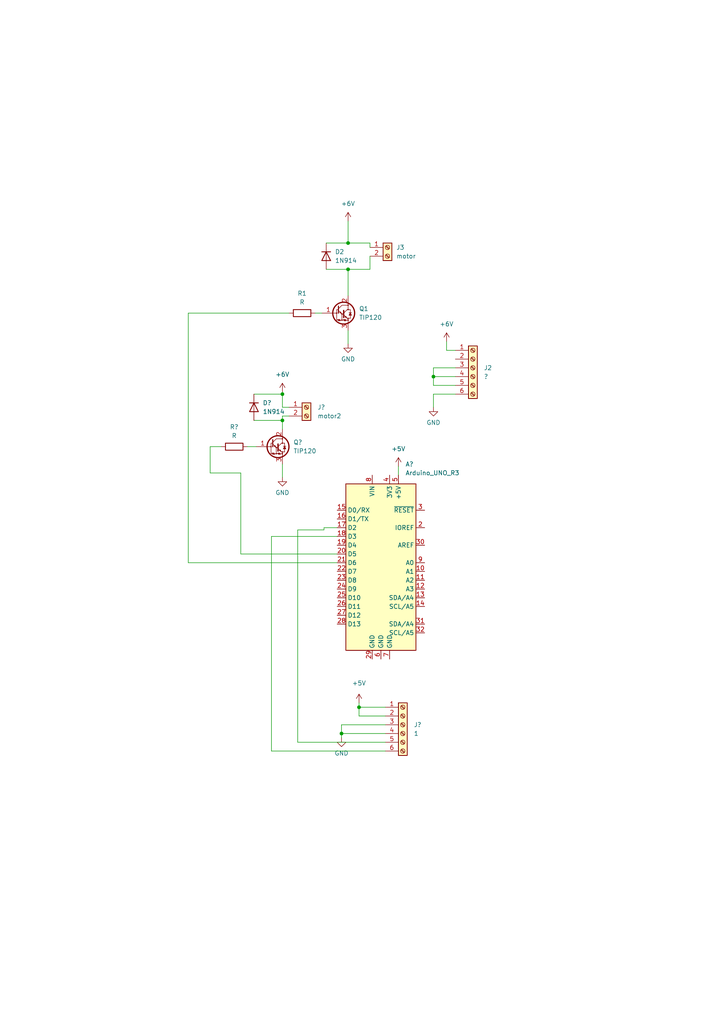
<source format=kicad_sch>
(kicad_sch (version 20211123) (generator eeschema)

  (uuid e63e39d7-6ac0-4ffd-8aa3-1841a4541b55)

  (paper "A4" portrait)

  (title_block
    (title "Carrinho")
    (date "2022-10-22")
    (rev "1")
    (company "UNISANTA")
  )

  (lib_symbols
    (symbol "Connector:Screw_Terminal_01x02" (pin_names (offset 1.016) hide) (in_bom yes) (on_board yes)
      (property "Reference" "J" (id 0) (at 0 2.54 0)
        (effects (font (size 1.27 1.27)))
      )
      (property "Value" "Screw_Terminal_01x02" (id 1) (at 0 -5.08 0)
        (effects (font (size 1.27 1.27)))
      )
      (property "Footprint" "" (id 2) (at 0 0 0)
        (effects (font (size 1.27 1.27)) hide)
      )
      (property "Datasheet" "~" (id 3) (at 0 0 0)
        (effects (font (size 1.27 1.27)) hide)
      )
      (property "ki_keywords" "screw terminal" (id 4) (at 0 0 0)
        (effects (font (size 1.27 1.27)) hide)
      )
      (property "ki_description" "Generic screw terminal, single row, 01x02, script generated (kicad-library-utils/schlib/autogen/connector/)" (id 5) (at 0 0 0)
        (effects (font (size 1.27 1.27)) hide)
      )
      (property "ki_fp_filters" "TerminalBlock*:*" (id 6) (at 0 0 0)
        (effects (font (size 1.27 1.27)) hide)
      )
      (symbol "Screw_Terminal_01x02_1_1"
        (rectangle (start -1.27 1.27) (end 1.27 -3.81)
          (stroke (width 0.254) (type default) (color 0 0 0 0))
          (fill (type background))
        )
        (circle (center 0 -2.54) (radius 0.635)
          (stroke (width 0.1524) (type default) (color 0 0 0 0))
          (fill (type none))
        )
        (polyline
          (pts
            (xy -0.5334 -2.2098)
            (xy 0.3302 -3.048)
          )
          (stroke (width 0.1524) (type default) (color 0 0 0 0))
          (fill (type none))
        )
        (polyline
          (pts
            (xy -0.5334 0.3302)
            (xy 0.3302 -0.508)
          )
          (stroke (width 0.1524) (type default) (color 0 0 0 0))
          (fill (type none))
        )
        (polyline
          (pts
            (xy -0.3556 -2.032)
            (xy 0.508 -2.8702)
          )
          (stroke (width 0.1524) (type default) (color 0 0 0 0))
          (fill (type none))
        )
        (polyline
          (pts
            (xy -0.3556 0.508)
            (xy 0.508 -0.3302)
          )
          (stroke (width 0.1524) (type default) (color 0 0 0 0))
          (fill (type none))
        )
        (circle (center 0 0) (radius 0.635)
          (stroke (width 0.1524) (type default) (color 0 0 0 0))
          (fill (type none))
        )
        (pin passive line (at -5.08 0 0) (length 3.81)
          (name "Pin_1" (effects (font (size 1.27 1.27))))
          (number "1" (effects (font (size 1.27 1.27))))
        )
        (pin passive line (at -5.08 -2.54 0) (length 3.81)
          (name "Pin_2" (effects (font (size 1.27 1.27))))
          (number "2" (effects (font (size 1.27 1.27))))
        )
      )
    )
    (symbol "Connector:Screw_Terminal_01x06" (pin_names (offset 1.016) hide) (in_bom yes) (on_board yes)
      (property "Reference" "J" (id 0) (at 0 7.62 0)
        (effects (font (size 1.27 1.27)))
      )
      (property "Value" "Screw_Terminal_01x06" (id 1) (at 0 -10.16 0)
        (effects (font (size 1.27 1.27)))
      )
      (property "Footprint" "" (id 2) (at 0 0 0)
        (effects (font (size 1.27 1.27)) hide)
      )
      (property "Datasheet" "~" (id 3) (at 0 0 0)
        (effects (font (size 1.27 1.27)) hide)
      )
      (property "ki_keywords" "screw terminal" (id 4) (at 0 0 0)
        (effects (font (size 1.27 1.27)) hide)
      )
      (property "ki_description" "Generic screw terminal, single row, 01x06, script generated (kicad-library-utils/schlib/autogen/connector/)" (id 5) (at 0 0 0)
        (effects (font (size 1.27 1.27)) hide)
      )
      (property "ki_fp_filters" "TerminalBlock*:*" (id 6) (at 0 0 0)
        (effects (font (size 1.27 1.27)) hide)
      )
      (symbol "Screw_Terminal_01x06_1_1"
        (rectangle (start -1.27 6.35) (end 1.27 -8.89)
          (stroke (width 0.254) (type default) (color 0 0 0 0))
          (fill (type background))
        )
        (circle (center 0 -7.62) (radius 0.635)
          (stroke (width 0.1524) (type default) (color 0 0 0 0))
          (fill (type none))
        )
        (circle (center 0 -5.08) (radius 0.635)
          (stroke (width 0.1524) (type default) (color 0 0 0 0))
          (fill (type none))
        )
        (circle (center 0 -2.54) (radius 0.635)
          (stroke (width 0.1524) (type default) (color 0 0 0 0))
          (fill (type none))
        )
        (polyline
          (pts
            (xy -0.5334 -7.2898)
            (xy 0.3302 -8.128)
          )
          (stroke (width 0.1524) (type default) (color 0 0 0 0))
          (fill (type none))
        )
        (polyline
          (pts
            (xy -0.5334 -4.7498)
            (xy 0.3302 -5.588)
          )
          (stroke (width 0.1524) (type default) (color 0 0 0 0))
          (fill (type none))
        )
        (polyline
          (pts
            (xy -0.5334 -2.2098)
            (xy 0.3302 -3.048)
          )
          (stroke (width 0.1524) (type default) (color 0 0 0 0))
          (fill (type none))
        )
        (polyline
          (pts
            (xy -0.5334 0.3302)
            (xy 0.3302 -0.508)
          )
          (stroke (width 0.1524) (type default) (color 0 0 0 0))
          (fill (type none))
        )
        (polyline
          (pts
            (xy -0.5334 2.8702)
            (xy 0.3302 2.032)
          )
          (stroke (width 0.1524) (type default) (color 0 0 0 0))
          (fill (type none))
        )
        (polyline
          (pts
            (xy -0.5334 5.4102)
            (xy 0.3302 4.572)
          )
          (stroke (width 0.1524) (type default) (color 0 0 0 0))
          (fill (type none))
        )
        (polyline
          (pts
            (xy -0.3556 -7.112)
            (xy 0.508 -7.9502)
          )
          (stroke (width 0.1524) (type default) (color 0 0 0 0))
          (fill (type none))
        )
        (polyline
          (pts
            (xy -0.3556 -4.572)
            (xy 0.508 -5.4102)
          )
          (stroke (width 0.1524) (type default) (color 0 0 0 0))
          (fill (type none))
        )
        (polyline
          (pts
            (xy -0.3556 -2.032)
            (xy 0.508 -2.8702)
          )
          (stroke (width 0.1524) (type default) (color 0 0 0 0))
          (fill (type none))
        )
        (polyline
          (pts
            (xy -0.3556 0.508)
            (xy 0.508 -0.3302)
          )
          (stroke (width 0.1524) (type default) (color 0 0 0 0))
          (fill (type none))
        )
        (polyline
          (pts
            (xy -0.3556 3.048)
            (xy 0.508 2.2098)
          )
          (stroke (width 0.1524) (type default) (color 0 0 0 0))
          (fill (type none))
        )
        (polyline
          (pts
            (xy -0.3556 5.588)
            (xy 0.508 4.7498)
          )
          (stroke (width 0.1524) (type default) (color 0 0 0 0))
          (fill (type none))
        )
        (circle (center 0 0) (radius 0.635)
          (stroke (width 0.1524) (type default) (color 0 0 0 0))
          (fill (type none))
        )
        (circle (center 0 2.54) (radius 0.635)
          (stroke (width 0.1524) (type default) (color 0 0 0 0))
          (fill (type none))
        )
        (circle (center 0 5.08) (radius 0.635)
          (stroke (width 0.1524) (type default) (color 0 0 0 0))
          (fill (type none))
        )
        (pin passive line (at -5.08 5.08 0) (length 3.81)
          (name "Pin_1" (effects (font (size 1.27 1.27))))
          (number "1" (effects (font (size 1.27 1.27))))
        )
        (pin passive line (at -5.08 2.54 0) (length 3.81)
          (name "Pin_2" (effects (font (size 1.27 1.27))))
          (number "2" (effects (font (size 1.27 1.27))))
        )
        (pin passive line (at -5.08 0 0) (length 3.81)
          (name "Pin_3" (effects (font (size 1.27 1.27))))
          (number "3" (effects (font (size 1.27 1.27))))
        )
        (pin passive line (at -5.08 -2.54 0) (length 3.81)
          (name "Pin_4" (effects (font (size 1.27 1.27))))
          (number "4" (effects (font (size 1.27 1.27))))
        )
        (pin passive line (at -5.08 -5.08 0) (length 3.81)
          (name "Pin_5" (effects (font (size 1.27 1.27))))
          (number "5" (effects (font (size 1.27 1.27))))
        )
        (pin passive line (at -5.08 -7.62 0) (length 3.81)
          (name "Pin_6" (effects (font (size 1.27 1.27))))
          (number "6" (effects (font (size 1.27 1.27))))
        )
      )
    )
    (symbol "Device:R" (pin_numbers hide) (pin_names (offset 0)) (in_bom yes) (on_board yes)
      (property "Reference" "R" (id 0) (at 2.032 0 90)
        (effects (font (size 1.27 1.27)))
      )
      (property "Value" "R" (id 1) (at 0 0 90)
        (effects (font (size 1.27 1.27)))
      )
      (property "Footprint" "" (id 2) (at -1.778 0 90)
        (effects (font (size 1.27 1.27)) hide)
      )
      (property "Datasheet" "~" (id 3) (at 0 0 0)
        (effects (font (size 1.27 1.27)) hide)
      )
      (property "ki_keywords" "R res resistor" (id 4) (at 0 0 0)
        (effects (font (size 1.27 1.27)) hide)
      )
      (property "ki_description" "Resistor" (id 5) (at 0 0 0)
        (effects (font (size 1.27 1.27)) hide)
      )
      (property "ki_fp_filters" "R_*" (id 6) (at 0 0 0)
        (effects (font (size 1.27 1.27)) hide)
      )
      (symbol "R_0_1"
        (rectangle (start -1.016 -2.54) (end 1.016 2.54)
          (stroke (width 0.254) (type default) (color 0 0 0 0))
          (fill (type none))
        )
      )
      (symbol "R_1_1"
        (pin passive line (at 0 3.81 270) (length 1.27)
          (name "~" (effects (font (size 1.27 1.27))))
          (number "1" (effects (font (size 1.27 1.27))))
        )
        (pin passive line (at 0 -3.81 90) (length 1.27)
          (name "~" (effects (font (size 1.27 1.27))))
          (number "2" (effects (font (size 1.27 1.27))))
        )
      )
    )
    (symbol "Diode:1N914" (pin_numbers hide) (pin_names hide) (in_bom yes) (on_board yes)
      (property "Reference" "D" (id 0) (at 0 2.54 0)
        (effects (font (size 1.27 1.27)))
      )
      (property "Value" "1N914" (id 1) (at 0 -2.54 0)
        (effects (font (size 1.27 1.27)))
      )
      (property "Footprint" "Diode_THT:D_DO-35_SOD27_P7.62mm_Horizontal" (id 2) (at 0 -4.445 0)
        (effects (font (size 1.27 1.27)) hide)
      )
      (property "Datasheet" "http://www.vishay.com/docs/85622/1n914.pdf" (id 3) (at 0 0 0)
        (effects (font (size 1.27 1.27)) hide)
      )
      (property "ki_keywords" "diode" (id 4) (at 0 0 0)
        (effects (font (size 1.27 1.27)) hide)
      )
      (property "ki_description" "100V 0.3A Small Signal Fast Switching Diode, DO-35" (id 5) (at 0 0 0)
        (effects (font (size 1.27 1.27)) hide)
      )
      (property "ki_fp_filters" "D*DO?35*" (id 6) (at 0 0 0)
        (effects (font (size 1.27 1.27)) hide)
      )
      (symbol "1N914_0_1"
        (polyline
          (pts
            (xy -1.27 1.27)
            (xy -1.27 -1.27)
          )
          (stroke (width 0.254) (type default) (color 0 0 0 0))
          (fill (type none))
        )
        (polyline
          (pts
            (xy 1.27 0)
            (xy -1.27 0)
          )
          (stroke (width 0) (type default) (color 0 0 0 0))
          (fill (type none))
        )
        (polyline
          (pts
            (xy 1.27 1.27)
            (xy 1.27 -1.27)
            (xy -1.27 0)
            (xy 1.27 1.27)
          )
          (stroke (width 0.254) (type default) (color 0 0 0 0))
          (fill (type none))
        )
      )
      (symbol "1N914_1_1"
        (pin passive line (at -3.81 0 0) (length 2.54)
          (name "K" (effects (font (size 1.27 1.27))))
          (number "1" (effects (font (size 1.27 1.27))))
        )
        (pin passive line (at 3.81 0 180) (length 2.54)
          (name "A" (effects (font (size 1.27 1.27))))
          (number "2" (effects (font (size 1.27 1.27))))
        )
      )
    )
    (symbol "MCU_Module:Arduino_UNO_R3" (in_bom yes) (on_board yes)
      (property "Reference" "A" (id 0) (at -10.16 23.495 0)
        (effects (font (size 1.27 1.27)) (justify left bottom))
      )
      (property "Value" "Arduino_UNO_R3" (id 1) (at 5.08 -26.67 0)
        (effects (font (size 1.27 1.27)) (justify left top))
      )
      (property "Footprint" "Module:Arduino_UNO_R3" (id 2) (at 0 0 0)
        (effects (font (size 1.27 1.27) italic) hide)
      )
      (property "Datasheet" "https://www.arduino.cc/en/Main/arduinoBoardUno" (id 3) (at 0 0 0)
        (effects (font (size 1.27 1.27)) hide)
      )
      (property "ki_keywords" "Arduino UNO R3 Microcontroller Module Atmel AVR USB" (id 4) (at 0 0 0)
        (effects (font (size 1.27 1.27)) hide)
      )
      (property "ki_description" "Arduino UNO Microcontroller Module, release 3" (id 5) (at 0 0 0)
        (effects (font (size 1.27 1.27)) hide)
      )
      (property "ki_fp_filters" "Arduino*UNO*R3*" (id 6) (at 0 0 0)
        (effects (font (size 1.27 1.27)) hide)
      )
      (symbol "Arduino_UNO_R3_0_1"
        (rectangle (start -10.16 22.86) (end 10.16 -25.4)
          (stroke (width 0.254) (type default) (color 0 0 0 0))
          (fill (type background))
        )
      )
      (symbol "Arduino_UNO_R3_1_1"
        (pin no_connect line (at -10.16 -20.32 0) (length 2.54) hide
          (name "NC" (effects (font (size 1.27 1.27))))
          (number "1" (effects (font (size 1.27 1.27))))
        )
        (pin bidirectional line (at 12.7 -2.54 180) (length 2.54)
          (name "A1" (effects (font (size 1.27 1.27))))
          (number "10" (effects (font (size 1.27 1.27))))
        )
        (pin bidirectional line (at 12.7 -5.08 180) (length 2.54)
          (name "A2" (effects (font (size 1.27 1.27))))
          (number "11" (effects (font (size 1.27 1.27))))
        )
        (pin bidirectional line (at 12.7 -7.62 180) (length 2.54)
          (name "A3" (effects (font (size 1.27 1.27))))
          (number "12" (effects (font (size 1.27 1.27))))
        )
        (pin bidirectional line (at 12.7 -10.16 180) (length 2.54)
          (name "SDA/A4" (effects (font (size 1.27 1.27))))
          (number "13" (effects (font (size 1.27 1.27))))
        )
        (pin bidirectional line (at 12.7 -12.7 180) (length 2.54)
          (name "SCL/A5" (effects (font (size 1.27 1.27))))
          (number "14" (effects (font (size 1.27 1.27))))
        )
        (pin bidirectional line (at -12.7 15.24 0) (length 2.54)
          (name "D0/RX" (effects (font (size 1.27 1.27))))
          (number "15" (effects (font (size 1.27 1.27))))
        )
        (pin bidirectional line (at -12.7 12.7 0) (length 2.54)
          (name "D1/TX" (effects (font (size 1.27 1.27))))
          (number "16" (effects (font (size 1.27 1.27))))
        )
        (pin bidirectional line (at -12.7 10.16 0) (length 2.54)
          (name "D2" (effects (font (size 1.27 1.27))))
          (number "17" (effects (font (size 1.27 1.27))))
        )
        (pin bidirectional line (at -12.7 7.62 0) (length 2.54)
          (name "D3" (effects (font (size 1.27 1.27))))
          (number "18" (effects (font (size 1.27 1.27))))
        )
        (pin bidirectional line (at -12.7 5.08 0) (length 2.54)
          (name "D4" (effects (font (size 1.27 1.27))))
          (number "19" (effects (font (size 1.27 1.27))))
        )
        (pin output line (at 12.7 10.16 180) (length 2.54)
          (name "IOREF" (effects (font (size 1.27 1.27))))
          (number "2" (effects (font (size 1.27 1.27))))
        )
        (pin bidirectional line (at -12.7 2.54 0) (length 2.54)
          (name "D5" (effects (font (size 1.27 1.27))))
          (number "20" (effects (font (size 1.27 1.27))))
        )
        (pin bidirectional line (at -12.7 0 0) (length 2.54)
          (name "D6" (effects (font (size 1.27 1.27))))
          (number "21" (effects (font (size 1.27 1.27))))
        )
        (pin bidirectional line (at -12.7 -2.54 0) (length 2.54)
          (name "D7" (effects (font (size 1.27 1.27))))
          (number "22" (effects (font (size 1.27 1.27))))
        )
        (pin bidirectional line (at -12.7 -5.08 0) (length 2.54)
          (name "D8" (effects (font (size 1.27 1.27))))
          (number "23" (effects (font (size 1.27 1.27))))
        )
        (pin bidirectional line (at -12.7 -7.62 0) (length 2.54)
          (name "D9" (effects (font (size 1.27 1.27))))
          (number "24" (effects (font (size 1.27 1.27))))
        )
        (pin bidirectional line (at -12.7 -10.16 0) (length 2.54)
          (name "D10" (effects (font (size 1.27 1.27))))
          (number "25" (effects (font (size 1.27 1.27))))
        )
        (pin bidirectional line (at -12.7 -12.7 0) (length 2.54)
          (name "D11" (effects (font (size 1.27 1.27))))
          (number "26" (effects (font (size 1.27 1.27))))
        )
        (pin bidirectional line (at -12.7 -15.24 0) (length 2.54)
          (name "D12" (effects (font (size 1.27 1.27))))
          (number "27" (effects (font (size 1.27 1.27))))
        )
        (pin bidirectional line (at -12.7 -17.78 0) (length 2.54)
          (name "D13" (effects (font (size 1.27 1.27))))
          (number "28" (effects (font (size 1.27 1.27))))
        )
        (pin power_in line (at -2.54 -27.94 90) (length 2.54)
          (name "GND" (effects (font (size 1.27 1.27))))
          (number "29" (effects (font (size 1.27 1.27))))
        )
        (pin input line (at 12.7 15.24 180) (length 2.54)
          (name "~{RESET}" (effects (font (size 1.27 1.27))))
          (number "3" (effects (font (size 1.27 1.27))))
        )
        (pin input line (at 12.7 5.08 180) (length 2.54)
          (name "AREF" (effects (font (size 1.27 1.27))))
          (number "30" (effects (font (size 1.27 1.27))))
        )
        (pin bidirectional line (at 12.7 -17.78 180) (length 2.54)
          (name "SDA/A4" (effects (font (size 1.27 1.27))))
          (number "31" (effects (font (size 1.27 1.27))))
        )
        (pin bidirectional line (at 12.7 -20.32 180) (length 2.54)
          (name "SCL/A5" (effects (font (size 1.27 1.27))))
          (number "32" (effects (font (size 1.27 1.27))))
        )
        (pin power_out line (at 2.54 25.4 270) (length 2.54)
          (name "3V3" (effects (font (size 1.27 1.27))))
          (number "4" (effects (font (size 1.27 1.27))))
        )
        (pin power_out line (at 5.08 25.4 270) (length 2.54)
          (name "+5V" (effects (font (size 1.27 1.27))))
          (number "5" (effects (font (size 1.27 1.27))))
        )
        (pin power_in line (at 0 -27.94 90) (length 2.54)
          (name "GND" (effects (font (size 1.27 1.27))))
          (number "6" (effects (font (size 1.27 1.27))))
        )
        (pin power_in line (at 2.54 -27.94 90) (length 2.54)
          (name "GND" (effects (font (size 1.27 1.27))))
          (number "7" (effects (font (size 1.27 1.27))))
        )
        (pin power_in line (at -2.54 25.4 270) (length 2.54)
          (name "VIN" (effects (font (size 1.27 1.27))))
          (number "8" (effects (font (size 1.27 1.27))))
        )
        (pin bidirectional line (at 12.7 0 180) (length 2.54)
          (name "A0" (effects (font (size 1.27 1.27))))
          (number "9" (effects (font (size 1.27 1.27))))
        )
      )
    )
    (symbol "Transistor_BJT:TIP120" (pin_names (offset 0) hide) (in_bom yes) (on_board yes)
      (property "Reference" "Q" (id 0) (at 5.08 1.905 0)
        (effects (font (size 1.27 1.27)) (justify left))
      )
      (property "Value" "TIP120" (id 1) (at 5.08 0 0)
        (effects (font (size 1.27 1.27)) (justify left))
      )
      (property "Footprint" "Package_TO_SOT_THT:TO-220-3_Vertical" (id 2) (at 5.08 -1.905 0)
        (effects (font (size 1.27 1.27) italic) (justify left) hide)
      )
      (property "Datasheet" "https://www.onsemi.com/pub/Collateral/TIP120-D.PDF" (id 3) (at 0 0 0)
        (effects (font (size 1.27 1.27)) (justify left) hide)
      )
      (property "ki_keywords" "Darlington Power NPN Transistor" (id 4) (at 0 0 0)
        (effects (font (size 1.27 1.27)) hide)
      )
      (property "ki_description" "5A Ic, 60V Vce, Silicon Darlington Power NPN Transistor, TO-220" (id 5) (at 0 0 0)
        (effects (font (size 1.27 1.27)) hide)
      )
      (property "ki_fp_filters" "TO?220*" (id 6) (at 0 0 0)
        (effects (font (size 1.27 1.27)) hide)
      )
      (symbol "TIP120_0_1"
        (circle (center -0.762 0) (radius 0.127)
          (stroke (width 0) (type default) (color 0 0 0 0))
          (fill (type none))
        )
        (polyline
          (pts
            (xy -1.27 0)
            (xy -0.889 0)
          )
          (stroke (width 0) (type default) (color 0 0 0 0))
          (fill (type none))
        )
        (polyline
          (pts
            (xy 2.54 -2.032)
            (xy 2.54 -2.54)
          )
          (stroke (width 0) (type default) (color 0 0 0 0))
          (fill (type none))
        )
        (polyline
          (pts
            (xy 2.54 -1.524)
            (xy 3.175 -1.524)
          )
          (stroke (width 0) (type default) (color 0 0 0 0))
          (fill (type none))
        )
        (polyline
          (pts
            (xy 2.794 0.127)
            (xy 3.556 0.127)
          )
          (stroke (width 0) (type default) (color 0 0 0 0))
          (fill (type none))
        )
        (polyline
          (pts
            (xy 3.175 -0.635)
            (xy 3.175 -1.524)
          )
          (stroke (width 0) (type default) (color 0 0 0 0))
          (fill (type none))
        )
        (polyline
          (pts
            (xy 3.175 1.016)
            (xy 2.54 1.016)
          )
          (stroke (width 0) (type default) (color 0 0 0 0))
          (fill (type none))
        )
        (polyline
          (pts
            (xy 3.175 1.016)
            (xy 3.175 0.127)
          )
          (stroke (width 0) (type default) (color 0 0 0 0))
          (fill (type none))
        )
        (polyline
          (pts
            (xy -0.254 0.762)
            (xy 0.762 -0.254)
            (xy 1.27 -0.254)
          )
          (stroke (width 0) (type default) (color 0 0 0 0))
          (fill (type none))
        )
        (polyline
          (pts
            (xy -0.254 1.016)
            (xy -0.762 1.016)
            (xy -0.762 -2.032)
          )
          (stroke (width 0) (type default) (color 0 0 0 0))
          (fill (type none))
        )
        (polyline
          (pts
            (xy -0.254 1.27)
            (xy 0.762 2.286)
            (xy 2.54 2.286)
          )
          (stroke (width 0) (type default) (color 0 0 0 0))
          (fill (type none))
        )
        (polyline
          (pts
            (xy -0.254 2.032)
            (xy -0.254 0)
            (xy -0.254 0)
          )
          (stroke (width 0.3048) (type default) (color 0 0 0 0))
          (fill (type none))
        )
        (polyline
          (pts
            (xy 1.27 0.762)
            (xy 1.27 -1.27)
            (xy 1.27 -1.27)
          )
          (stroke (width 0.381) (type default) (color 0 0 0 0))
          (fill (type none))
        )
        (polyline
          (pts
            (xy 0.635 -0.127)
            (xy 0.381 0.381)
            (xy 0.127 0.127)
            (xy 0.635 -0.127)
          )
          (stroke (width 0) (type default) (color 0 0 0 0))
          (fill (type none))
        )
        (polyline
          (pts
            (xy 1.27 -0.508)
            (xy 2.286 -1.524)
            (xy 2.54 -1.524)
            (xy 2.54 -2.032)
          )
          (stroke (width 0) (type default) (color 0 0 0 0))
          (fill (type none))
        )
        (polyline
          (pts
            (xy 1.27 0)
            (xy 2.286 1.016)
            (xy 2.54 1.016)
            (xy 2.54 2.286)
          )
          (stroke (width 0) (type default) (color 0 0 0 0))
          (fill (type none))
        )
        (polyline
          (pts
            (xy 2.159 -1.397)
            (xy 1.905 -0.889)
            (xy 1.651 -1.143)
            (xy 2.159 -1.397)
          )
          (stroke (width 0) (type default) (color 0 0 0 0))
          (fill (type none))
        )
        (polyline
          (pts
            (xy 3.175 0.127)
            (xy 2.794 -0.635)
            (xy 3.556 -0.635)
            (xy 3.175 0.127)
          )
          (stroke (width 0) (type default) (color 0 0 0 0))
          (fill (type outline))
        )
        (polyline
          (pts
            (xy 0.762 -2.032)
            (xy 0.381 -2.032)
            (xy 0.254 -2.286)
            (xy 0.127 -1.778)
            (xy 0 -2.286)
            (xy -0.127 -1.778)
            (xy -0.254 -2.286)
            (xy -0.381 -1.778)
            (xy -0.508 -2.032)
            (xy -0.762 -2.032)
          )
          (stroke (width 0) (type default) (color 0 0 0 0))
          (fill (type none))
        )
        (polyline
          (pts
            (xy 0.762 -0.254)
            (xy 0.762 -2.032)
            (xy 1.143 -2.032)
            (xy 1.27 -1.778)
            (xy 1.397 -2.286)
            (xy 1.524 -1.778)
            (xy 1.651 -2.286)
            (xy 1.778 -1.778)
            (xy 1.905 -2.286)
            (xy 2.032 -2.032)
            (xy 2.54 -2.032)
          )
          (stroke (width 0) (type default) (color 0 0 0 0))
          (fill (type none))
        )
        (circle (center 0.762 -2.032) (radius 0.127)
          (stroke (width 0) (type default) (color 0 0 0 0))
          (fill (type none))
        )
        (circle (center 0.762 -0.254) (radius 0.127)
          (stroke (width 0) (type default) (color 0 0 0 0))
          (fill (type none))
        )
        (circle (center 1.27 0) (radius 3.175)
          (stroke (width 0.3556) (type default) (color 0 0 0 0))
          (fill (type none))
        )
        (circle (center 2.54 -2.032) (radius 0.127)
          (stroke (width 0) (type default) (color 0 0 0 0))
          (fill (type none))
        )
        (circle (center 2.54 -1.524) (radius 0.127)
          (stroke (width 0) (type default) (color 0 0 0 0))
          (fill (type none))
        )
        (circle (center 2.54 1.016) (radius 0.127)
          (stroke (width 0) (type default) (color 0 0 0 0))
          (fill (type none))
        )
        (circle (center 2.54 2.286) (radius 0.127)
          (stroke (width 0) (type default) (color 0 0 0 0))
          (fill (type none))
        )
      )
      (symbol "TIP120_1_1"
        (pin input line (at -5.08 0 0) (length 3.81)
          (name "B" (effects (font (size 1.27 1.27))))
          (number "1" (effects (font (size 1.27 1.27))))
        )
        (pin passive line (at 2.54 5.08 270) (length 2.667)
          (name "C" (effects (font (size 1.27 1.27))))
          (number "2" (effects (font (size 1.27 1.27))))
        )
        (pin passive line (at 2.54 -5.08 90) (length 2.54)
          (name "E" (effects (font (size 1.27 1.27))))
          (number "3" (effects (font (size 1.27 1.27))))
        )
      )
    )
    (symbol "power:+5V" (power) (pin_names (offset 0)) (in_bom yes) (on_board yes)
      (property "Reference" "#PWR" (id 0) (at 0 -3.81 0)
        (effects (font (size 1.27 1.27)) hide)
      )
      (property "Value" "+5V" (id 1) (at 0 3.556 0)
        (effects (font (size 1.27 1.27)))
      )
      (property "Footprint" "" (id 2) (at 0 0 0)
        (effects (font (size 1.27 1.27)) hide)
      )
      (property "Datasheet" "" (id 3) (at 0 0 0)
        (effects (font (size 1.27 1.27)) hide)
      )
      (property "ki_keywords" "power-flag" (id 4) (at 0 0 0)
        (effects (font (size 1.27 1.27)) hide)
      )
      (property "ki_description" "Power symbol creates a global label with name \"+5V\"" (id 5) (at 0 0 0)
        (effects (font (size 1.27 1.27)) hide)
      )
      (symbol "+5V_0_1"
        (polyline
          (pts
            (xy -0.762 1.27)
            (xy 0 2.54)
          )
          (stroke (width 0) (type default) (color 0 0 0 0))
          (fill (type none))
        )
        (polyline
          (pts
            (xy 0 0)
            (xy 0 2.54)
          )
          (stroke (width 0) (type default) (color 0 0 0 0))
          (fill (type none))
        )
        (polyline
          (pts
            (xy 0 2.54)
            (xy 0.762 1.27)
          )
          (stroke (width 0) (type default) (color 0 0 0 0))
          (fill (type none))
        )
      )
      (symbol "+5V_1_1"
        (pin power_in line (at 0 0 90) (length 0) hide
          (name "+5V" (effects (font (size 1.27 1.27))))
          (number "1" (effects (font (size 1.27 1.27))))
        )
      )
    )
    (symbol "power:+6V" (power) (pin_names (offset 0)) (in_bom yes) (on_board yes)
      (property "Reference" "#PWR" (id 0) (at 0 -3.81 0)
        (effects (font (size 1.27 1.27)) hide)
      )
      (property "Value" "+6V" (id 1) (at 0 3.556 0)
        (effects (font (size 1.27 1.27)))
      )
      (property "Footprint" "" (id 2) (at 0 0 0)
        (effects (font (size 1.27 1.27)) hide)
      )
      (property "Datasheet" "" (id 3) (at 0 0 0)
        (effects (font (size 1.27 1.27)) hide)
      )
      (property "ki_keywords" "power-flag" (id 4) (at 0 0 0)
        (effects (font (size 1.27 1.27)) hide)
      )
      (property "ki_description" "Power symbol creates a global label with name \"+6V\"" (id 5) (at 0 0 0)
        (effects (font (size 1.27 1.27)) hide)
      )
      (symbol "+6V_0_1"
        (polyline
          (pts
            (xy -0.762 1.27)
            (xy 0 2.54)
          )
          (stroke (width 0) (type default) (color 0 0 0 0))
          (fill (type none))
        )
        (polyline
          (pts
            (xy 0 0)
            (xy 0 2.54)
          )
          (stroke (width 0) (type default) (color 0 0 0 0))
          (fill (type none))
        )
        (polyline
          (pts
            (xy 0 2.54)
            (xy 0.762 1.27)
          )
          (stroke (width 0) (type default) (color 0 0 0 0))
          (fill (type none))
        )
      )
      (symbol "+6V_1_1"
        (pin power_in line (at 0 0 90) (length 0) hide
          (name "+6V" (effects (font (size 1.27 1.27))))
          (number "1" (effects (font (size 1.27 1.27))))
        )
      )
    )
    (symbol "power:GND" (power) (pin_names (offset 0)) (in_bom yes) (on_board yes)
      (property "Reference" "#PWR" (id 0) (at 0 -6.35 0)
        (effects (font (size 1.27 1.27)) hide)
      )
      (property "Value" "GND" (id 1) (at 0 -3.81 0)
        (effects (font (size 1.27 1.27)))
      )
      (property "Footprint" "" (id 2) (at 0 0 0)
        (effects (font (size 1.27 1.27)) hide)
      )
      (property "Datasheet" "" (id 3) (at 0 0 0)
        (effects (font (size 1.27 1.27)) hide)
      )
      (property "ki_keywords" "power-flag" (id 4) (at 0 0 0)
        (effects (font (size 1.27 1.27)) hide)
      )
      (property "ki_description" "Power symbol creates a global label with name \"GND\" , ground" (id 5) (at 0 0 0)
        (effects (font (size 1.27 1.27)) hide)
      )
      (symbol "GND_0_1"
        (polyline
          (pts
            (xy 0 0)
            (xy 0 -1.27)
            (xy 1.27 -1.27)
            (xy 0 -2.54)
            (xy -1.27 -1.27)
            (xy 0 -1.27)
          )
          (stroke (width 0) (type default) (color 0 0 0 0))
          (fill (type none))
        )
      )
      (symbol "GND_1_1"
        (pin power_in line (at 0 0 270) (length 0) hide
          (name "GND" (effects (font (size 1.27 1.27))))
          (number "1" (effects (font (size 1.27 1.27))))
        )
      )
    )
  )

  (junction (at 81.915 114.3) (diameter 0) (color 0 0 0 0)
    (uuid 223cf026-4442-4da6-80af-40b22c18706c)
  )
  (junction (at 100.965 78.105) (diameter 0) (color 0 0 0 0)
    (uuid 225993ac-fc41-4d5d-a2d8-f161bd8956e5)
  )
  (junction (at 125.73 109.22) (diameter 0) (color 0 0 0 0)
    (uuid 70f30642-be09-40df-aa69-03fcc0dcc050)
  )
  (junction (at 104.14 205.105) (diameter 0) (color 0 0 0 0)
    (uuid b902f540-fb4e-4861-ba54-d8606551bd81)
  )
  (junction (at 81.915 121.92) (diameter 0) (color 0 0 0 0)
    (uuid cb093758-eb7b-4091-877b-cd001597e45b)
  )
  (junction (at 99.06 212.725) (diameter 0) (color 0 0 0 0)
    (uuid da898ccf-cf28-4794-8e4f-6749ab24c74e)
  )
  (junction (at 100.965 70.485) (diameter 0) (color 0 0 0 0)
    (uuid ea79bf11-4ac2-4b94-bf85-d1e064454df1)
  )

  (wire (pts (xy 104.14 203.835) (xy 104.14 205.105))
    (stroke (width 0) (type default) (color 0 0 0 0))
    (uuid 025112dc-7e2b-4dc0-b010-9be199397a99)
  )
  (wire (pts (xy 54.61 90.805) (xy 83.82 90.805))
    (stroke (width 0) (type default) (color 0 0 0 0))
    (uuid 03fdbad5-3215-4e28-a41e-25abcf0c1d4d)
  )
  (wire (pts (xy 104.14 207.645) (xy 111.76 207.645))
    (stroke (width 0) (type default) (color 0 0 0 0))
    (uuid 1514573d-0552-4bc4-9027-9cd7570b2773)
  )
  (wire (pts (xy 100.965 70.485) (xy 107.315 70.485))
    (stroke (width 0) (type default) (color 0 0 0 0))
    (uuid 16bb172c-dec6-48c6-891f-07afbef6e20e)
  )
  (wire (pts (xy 100.965 78.105) (xy 107.315 78.105))
    (stroke (width 0) (type default) (color 0 0 0 0))
    (uuid 1e747b62-fd23-48d3-9bb7-c07220978014)
  )
  (wire (pts (xy 91.44 90.805) (xy 93.345 90.805))
    (stroke (width 0) (type default) (color 0 0 0 0))
    (uuid 28bc7544-de38-440b-bcb9-9c5464212a88)
  )
  (wire (pts (xy 69.85 137.16) (xy 69.85 160.655))
    (stroke (width 0) (type default) (color 0 0 0 0))
    (uuid 2a0778ce-89b4-4d49-9356-d5f334181856)
  )
  (wire (pts (xy 100.965 85.725) (xy 100.965 78.105))
    (stroke (width 0) (type default) (color 0 0 0 0))
    (uuid 2dafbd54-1966-4d78-88f6-90ed7869ce4b)
  )
  (wire (pts (xy 81.915 121.92) (xy 81.915 124.46))
    (stroke (width 0) (type default) (color 0 0 0 0))
    (uuid 2eba81a9-95af-4442-90f9-26426486f41b)
  )
  (wire (pts (xy 99.06 210.185) (xy 111.76 210.185))
    (stroke (width 0) (type default) (color 0 0 0 0))
    (uuid 31dd57d8-5875-4812-8e86-491dec263b8b)
  )
  (wire (pts (xy 125.73 106.68) (xy 125.73 109.22))
    (stroke (width 0) (type default) (color 0 0 0 0))
    (uuid 3c43d6e8-7d6e-4199-b61c-de3545969922)
  )
  (wire (pts (xy 100.965 95.885) (xy 100.965 99.695))
    (stroke (width 0) (type default) (color 0 0 0 0))
    (uuid 4940d8bf-82b4-41ad-9dd3-ed47e01daa47)
  )
  (wire (pts (xy 73.66 121.92) (xy 81.915 121.92))
    (stroke (width 0) (type default) (color 0 0 0 0))
    (uuid 502b7116-36b4-44be-a9bb-6d8d3d4bbad8)
  )
  (wire (pts (xy 86.36 215.265) (xy 86.36 153.67))
    (stroke (width 0) (type default) (color 0 0 0 0))
    (uuid 519c8409-580a-4b26-9173-90fe75af60a1)
  )
  (wire (pts (xy 115.57 135.255) (xy 115.57 137.795))
    (stroke (width 0) (type default) (color 0 0 0 0))
    (uuid 568e0da1-0a3c-4be1-a704-5dab116fb9e2)
  )
  (wire (pts (xy 104.14 205.105) (xy 111.76 205.105))
    (stroke (width 0) (type default) (color 0 0 0 0))
    (uuid 57ef3743-9907-4fdd-9447-5215f9fb631f)
  )
  (wire (pts (xy 93.98 153.67) (xy 93.98 153.035))
    (stroke (width 0) (type default) (color 0 0 0 0))
    (uuid 5b6fc7f3-79f2-43c1-be7d-f4654f43a68e)
  )
  (wire (pts (xy 73.66 114.3) (xy 81.915 114.3))
    (stroke (width 0) (type default) (color 0 0 0 0))
    (uuid 5d6ec821-d9b3-4f3a-9d01-d465ff74c270)
  )
  (wire (pts (xy 100.965 78.105) (xy 94.615 78.105))
    (stroke (width 0) (type default) (color 0 0 0 0))
    (uuid 5f7f7117-6630-40ec-bbce-c028f9aeaa0a)
  )
  (wire (pts (xy 129.54 101.6) (xy 129.54 99.06))
    (stroke (width 0) (type default) (color 0 0 0 0))
    (uuid 610872fc-c2bc-45c0-8aeb-599b79234de0)
  )
  (wire (pts (xy 125.73 111.76) (xy 132.08 111.76))
    (stroke (width 0) (type default) (color 0 0 0 0))
    (uuid 6265c0f7-637f-4473-a737-8756e917d649)
  )
  (wire (pts (xy 81.915 120.65) (xy 81.915 121.92))
    (stroke (width 0) (type default) (color 0 0 0 0))
    (uuid 63fd9bad-237b-46ef-9a66-d50eda60eb7a)
  )
  (wire (pts (xy 69.85 160.655) (xy 97.79 160.655))
    (stroke (width 0) (type default) (color 0 0 0 0))
    (uuid 6f361a66-8ccf-4331-97ce-a50549583e8d)
  )
  (wire (pts (xy 125.73 114.3) (xy 125.73 118.11))
    (stroke (width 0) (type default) (color 0 0 0 0))
    (uuid 72b5ae44-fb26-4afc-839f-162513337c06)
  )
  (wire (pts (xy 107.315 78.105) (xy 107.315 74.295))
    (stroke (width 0) (type default) (color 0 0 0 0))
    (uuid 84b0c656-ac0f-4c71-929c-bfcd4a6f2d1f)
  )
  (wire (pts (xy 81.915 118.11) (xy 83.82 118.11))
    (stroke (width 0) (type default) (color 0 0 0 0))
    (uuid 87479681-8c34-47bf-83e6-a1b8e6a7efdb)
  )
  (wire (pts (xy 99.06 213.995) (xy 99.06 212.725))
    (stroke (width 0) (type default) (color 0 0 0 0))
    (uuid 87e8428b-458d-41a0-a7dc-6fc3a04feb58)
  )
  (wire (pts (xy 125.73 109.22) (xy 125.73 111.76))
    (stroke (width 0) (type default) (color 0 0 0 0))
    (uuid 8eb7ed96-597d-4d2e-b93a-095eea7499a9)
  )
  (wire (pts (xy 104.14 205.105) (xy 104.14 207.645))
    (stroke (width 0) (type default) (color 0 0 0 0))
    (uuid 9368bb40-943a-4ed1-a8b8-55da14820f46)
  )
  (wire (pts (xy 60.96 129.54) (xy 60.96 137.16))
    (stroke (width 0) (type default) (color 0 0 0 0))
    (uuid 9ebb81b6-e9ba-4c28-b31e-fb1f1480934b)
  )
  (wire (pts (xy 71.755 129.54) (xy 74.295 129.54))
    (stroke (width 0) (type default) (color 0 0 0 0))
    (uuid a2f90f02-e44d-4c12-b300-85d9b6dc0c51)
  )
  (wire (pts (xy 132.08 101.6) (xy 129.54 101.6))
    (stroke (width 0) (type default) (color 0 0 0 0))
    (uuid a4182c8a-c738-4690-9ae8-95871d12ff39)
  )
  (wire (pts (xy 81.915 113.665) (xy 81.915 114.3))
    (stroke (width 0) (type default) (color 0 0 0 0))
    (uuid a47687e7-01a8-4271-8a2d-f24fb8731bc5)
  )
  (wire (pts (xy 60.96 129.54) (xy 64.135 129.54))
    (stroke (width 0) (type default) (color 0 0 0 0))
    (uuid ac330a58-8a8c-43fa-b25b-a803d7cf3904)
  )
  (wire (pts (xy 99.06 212.725) (xy 111.76 212.725))
    (stroke (width 0) (type default) (color 0 0 0 0))
    (uuid ac6983aa-475c-4505-b743-9c88f3d7d97f)
  )
  (wire (pts (xy 83.82 120.65) (xy 81.915 120.65))
    (stroke (width 0) (type default) (color 0 0 0 0))
    (uuid ac928626-aa99-40ea-b73f-c87246f1145d)
  )
  (wire (pts (xy 78.74 155.575) (xy 78.74 217.805))
    (stroke (width 0) (type default) (color 0 0 0 0))
    (uuid ad732aa9-1d50-4996-a36f-42c9ffcb9f80)
  )
  (wire (pts (xy 81.915 114.3) (xy 81.915 118.11))
    (stroke (width 0) (type default) (color 0 0 0 0))
    (uuid b2173200-2c89-48db-8d4e-d454c964316d)
  )
  (wire (pts (xy 54.61 163.195) (xy 97.79 163.195))
    (stroke (width 0) (type default) (color 0 0 0 0))
    (uuid b3939df1-4ecd-4257-bf81-3e2b9d01ca35)
  )
  (wire (pts (xy 132.08 109.22) (xy 125.73 109.22))
    (stroke (width 0) (type default) (color 0 0 0 0))
    (uuid b6bd214b-24d8-43f0-ae22-163214ba159e)
  )
  (wire (pts (xy 78.74 217.805) (xy 111.76 217.805))
    (stroke (width 0) (type default) (color 0 0 0 0))
    (uuid bcebf4c7-7171-43cf-994c-45f9f6da4b34)
  )
  (wire (pts (xy 125.73 106.68) (xy 132.08 106.68))
    (stroke (width 0) (type default) (color 0 0 0 0))
    (uuid c33a2fcc-d514-4d78-87e9-3002e16eccad)
  )
  (wire (pts (xy 99.06 212.725) (xy 99.06 210.185))
    (stroke (width 0) (type default) (color 0 0 0 0))
    (uuid c8ad2ea8-818c-48d4-bd9e-9b5492f0c2a7)
  )
  (wire (pts (xy 93.98 153.035) (xy 97.79 153.035))
    (stroke (width 0) (type default) (color 0 0 0 0))
    (uuid d03b14f7-7d72-4f72-9a18-e322bc454f83)
  )
  (wire (pts (xy 86.36 153.67) (xy 93.98 153.67))
    (stroke (width 0) (type default) (color 0 0 0 0))
    (uuid d5cb4e67-412b-48e6-aff5-f400cd90c2b3)
  )
  (wire (pts (xy 107.315 70.485) (xy 107.315 71.755))
    (stroke (width 0) (type default) (color 0 0 0 0))
    (uuid d99269ec-3a14-4648-8b77-c9b617dbd344)
  )
  (wire (pts (xy 97.79 155.575) (xy 78.74 155.575))
    (stroke (width 0) (type default) (color 0 0 0 0))
    (uuid db67ad30-7b63-45f6-b0ef-c9be71e0e93e)
  )
  (wire (pts (xy 111.76 215.265) (xy 86.36 215.265))
    (stroke (width 0) (type default) (color 0 0 0 0))
    (uuid deb05aae-1130-44b7-9bf0-8c22fc9999cc)
  )
  (wire (pts (xy 81.915 134.62) (xy 81.915 138.43))
    (stroke (width 0) (type default) (color 0 0 0 0))
    (uuid e93965df-d485-45f1-b912-6a1e4b34a3a5)
  )
  (wire (pts (xy 54.61 163.195) (xy 54.61 90.805))
    (stroke (width 0) (type default) (color 0 0 0 0))
    (uuid ec1afbce-eba8-4cc7-be7e-9740f713efce)
  )
  (wire (pts (xy 132.08 114.3) (xy 125.73 114.3))
    (stroke (width 0) (type default) (color 0 0 0 0))
    (uuid ee0e1855-aaf5-4b9c-a1f0-a6be5dfbdb36)
  )
  (wire (pts (xy 94.615 70.485) (xy 100.965 70.485))
    (stroke (width 0) (type default) (color 0 0 0 0))
    (uuid f52bc3b5-bd2e-4893-9301-de487fa3305e)
  )
  (wire (pts (xy 60.96 137.16) (xy 69.85 137.16))
    (stroke (width 0) (type default) (color 0 0 0 0))
    (uuid f54cf728-03a6-49f4-92c7-272ba9202d94)
  )
  (wire (pts (xy 100.965 70.485) (xy 100.965 64.135))
    (stroke (width 0) (type default) (color 0 0 0 0))
    (uuid ff8fb73f-70bb-41c5-b450-54a1d7d4f914)
  )

  (symbol (lib_id "power:+5V") (at 104.14 203.835 0) (unit 1)
    (in_bom yes) (on_board yes) (fields_autoplaced)
    (uuid 04f6205d-d3a0-43d1-ac15-f472f72282d8)
    (property "Reference" "#PWR?" (id 0) (at 104.14 207.645 0)
      (effects (font (size 1.27 1.27)) hide)
    )
    (property "Value" "+5V" (id 1) (at 104.14 198.12 0))
    (property "Footprint" "" (id 2) (at 104.14 203.835 0)
      (effects (font (size 1.27 1.27)) hide)
    )
    (property "Datasheet" "" (id 3) (at 104.14 203.835 0)
      (effects (font (size 1.27 1.27)) hide)
    )
    (pin "1" (uuid ab7565f6-7581-44ab-bef9-eafd8442de88))
  )

  (symbol (lib_id "Device:R") (at 87.63 90.805 90) (unit 1)
    (in_bom yes) (on_board yes) (fields_autoplaced)
    (uuid 0bd23f7d-3ca1-42f0-9a3d-95ab3fd6f1e6)
    (property "Reference" "R1" (id 0) (at 87.63 85.09 90))
    (property "Value" "R" (id 1) (at 87.63 87.63 90))
    (property "Footprint" "Resistor_THT:R_Axial_DIN0207_L6.3mm_D2.5mm_P15.24mm_Horizontal" (id 2) (at 87.63 92.583 90)
      (effects (font (size 1.27 1.27)) hide)
    )
    (property "Datasheet" "~" (id 3) (at 87.63 90.805 0)
      (effects (font (size 1.27 1.27)) hide)
    )
    (pin "1" (uuid 2653b80e-75c9-46ce-93bc-bdbb7ed74045))
    (pin "2" (uuid c2cd2136-b152-4c8d-8289-a7f02960a202))
  )

  (symbol (lib_id "power:+6V") (at 100.965 64.135 0) (unit 1)
    (in_bom yes) (on_board yes) (fields_autoplaced)
    (uuid 1ce19f87-c967-4df7-82b9-1e0738ea9cee)
    (property "Reference" "#PWR0101" (id 0) (at 100.965 67.945 0)
      (effects (font (size 1.27 1.27)) hide)
    )
    (property "Value" "+6V" (id 1) (at 100.965 59.055 0))
    (property "Footprint" "" (id 2) (at 100.965 64.135 0)
      (effects (font (size 1.27 1.27)) hide)
    )
    (property "Datasheet" "" (id 3) (at 100.965 64.135 0)
      (effects (font (size 1.27 1.27)) hide)
    )
    (pin "1" (uuid bb6fc6b9-f2c3-4c2b-813d-6dbdfd14a632))
  )

  (symbol (lib_id "power:GND") (at 99.06 213.995 0) (unit 1)
    (in_bom yes) (on_board yes) (fields_autoplaced)
    (uuid 472f1943-a712-4360-8976-1517373a9e97)
    (property "Reference" "#PWR?" (id 0) (at 99.06 220.345 0)
      (effects (font (size 1.27 1.27)) hide)
    )
    (property "Value" "GND" (id 1) (at 99.06 218.44 0))
    (property "Footprint" "" (id 2) (at 99.06 213.995 0)
      (effects (font (size 1.27 1.27)) hide)
    )
    (property "Datasheet" "" (id 3) (at 99.06 213.995 0)
      (effects (font (size 1.27 1.27)) hide)
    )
    (pin "1" (uuid dce55a56-b37f-4ac4-a159-1f5b76b4b6a1))
  )

  (symbol (lib_id "Transistor_BJT:TIP120") (at 98.425 90.805 0) (unit 1)
    (in_bom yes) (on_board yes) (fields_autoplaced)
    (uuid 486edd86-fcbc-4903-9a5a-a56a63dd1f1a)
    (property "Reference" "Q1" (id 0) (at 104.14 89.5349 0)
      (effects (font (size 1.27 1.27)) (justify left))
    )
    (property "Value" "TIP120" (id 1) (at 104.14 92.0749 0)
      (effects (font (size 1.27 1.27)) (justify left))
    )
    (property "Footprint" "Package_TO_SOT_THT:TO-220-3_Vertical" (id 2) (at 103.505 92.71 0)
      (effects (font (size 1.27 1.27) italic) (justify left) hide)
    )
    (property "Datasheet" "https://www.onsemi.com/pub/Collateral/TIP120-D.PDF" (id 3) (at 98.425 90.805 0)
      (effects (font (size 1.27 1.27)) (justify left) hide)
    )
    (pin "1" (uuid 240b6710-d6f8-44fe-98cf-2949ab4a9c11))
    (pin "2" (uuid a2a1bf4c-34eb-4313-bdff-023937f75c46))
    (pin "3" (uuid 3ff8a0b5-2f62-43c4-91fa-92e384d4acb9))
  )

  (symbol (lib_id "Diode:1N914") (at 73.66 118.11 270) (unit 1)
    (in_bom yes) (on_board yes) (fields_autoplaced)
    (uuid 5eba5ea6-38d3-49b4-99b9-d6e67b52eb0f)
    (property "Reference" "D?" (id 0) (at 76.2 116.8399 90)
      (effects (font (size 1.27 1.27)) (justify left))
    )
    (property "Value" "1N914" (id 1) (at 76.2 119.3799 90)
      (effects (font (size 1.27 1.27)) (justify left))
    )
    (property "Footprint" "Diode_THT:D_DO-35_SOD27_P7.62mm_Horizontal" (id 2) (at 69.215 118.11 0)
      (effects (font (size 1.27 1.27)) hide)
    )
    (property "Datasheet" "http://www.vishay.com/docs/85622/1n914.pdf" (id 3) (at 73.66 118.11 0)
      (effects (font (size 1.27 1.27)) hide)
    )
    (pin "1" (uuid 84098b64-dff8-4be0-89bc-32e28e2e595a))
    (pin "2" (uuid 0c4fd6b0-d218-4fc2-b747-28b64133d86e))
  )

  (symbol (lib_id "power:+6V") (at 129.54 99.06 0) (unit 1)
    (in_bom yes) (on_board yes) (fields_autoplaced)
    (uuid 69b22742-a5d1-489d-8a02-05378d130c77)
    (property "Reference" "#PWR0102" (id 0) (at 129.54 102.87 0)
      (effects (font (size 1.27 1.27)) hide)
    )
    (property "Value" "+6V" (id 1) (at 129.54 93.98 0))
    (property "Footprint" "" (id 2) (at 129.54 99.06 0)
      (effects (font (size 1.27 1.27)) hide)
    )
    (property "Datasheet" "" (id 3) (at 129.54 99.06 0)
      (effects (font (size 1.27 1.27)) hide)
    )
    (pin "1" (uuid a927e0ff-20af-4764-8cba-c31fdee20cae))
  )

  (symbol (lib_id "power:GND") (at 100.965 99.695 0) (unit 1)
    (in_bom yes) (on_board yes) (fields_autoplaced)
    (uuid 6b317f00-b4e3-4395-a2e9-d4cc2399e67d)
    (property "Reference" "#PWR0109" (id 0) (at 100.965 106.045 0)
      (effects (font (size 1.27 1.27)) hide)
    )
    (property "Value" "GND" (id 1) (at 100.965 104.14 0))
    (property "Footprint" "" (id 2) (at 100.965 99.695 0)
      (effects (font (size 1.27 1.27)) hide)
    )
    (property "Datasheet" "" (id 3) (at 100.965 99.695 0)
      (effects (font (size 1.27 1.27)) hide)
    )
    (pin "1" (uuid 88fe126b-6e9a-456a-8fbc-e70bd03c6c58))
  )

  (symbol (lib_id "power:+5V") (at 115.57 135.255 0) (unit 1)
    (in_bom yes) (on_board yes)
    (uuid 6f0f33e7-a6ef-4284-9e90-7e0a610941c6)
    (property "Reference" "#PWR?" (id 0) (at 115.57 139.065 0)
      (effects (font (size 1.27 1.27)) hide)
    )
    (property "Value" "+5V" (id 1) (at 115.57 130.175 0))
    (property "Footprint" "" (id 2) (at 115.57 135.255 0)
      (effects (font (size 1.27 1.27)) hide)
    )
    (property "Datasheet" "" (id 3) (at 115.57 135.255 0)
      (effects (font (size 1.27 1.27)) hide)
    )
    (pin "1" (uuid 0389bd3e-3626-49f7-aa5f-0dd81172aacc))
  )

  (symbol (lib_id "power:GND") (at 125.73 118.11 0) (unit 1)
    (in_bom yes) (on_board yes) (fields_autoplaced)
    (uuid 7c83e92c-a9a7-4f00-b229-03883aab77a4)
    (property "Reference" "#PWR0108" (id 0) (at 125.73 124.46 0)
      (effects (font (size 1.27 1.27)) hide)
    )
    (property "Value" "GND" (id 1) (at 125.73 122.555 0))
    (property "Footprint" "" (id 2) (at 125.73 118.11 0)
      (effects (font (size 1.27 1.27)) hide)
    )
    (property "Datasheet" "" (id 3) (at 125.73 118.11 0)
      (effects (font (size 1.27 1.27)) hide)
    )
    (pin "1" (uuid 44ecb116-d60b-42df-8c92-c0a9464d6d3d))
  )

  (symbol (lib_id "Diode:1N914") (at 94.615 74.295 270) (unit 1)
    (in_bom yes) (on_board yes) (fields_autoplaced)
    (uuid 8d55cee4-eb00-4fa7-8d81-18dc49992a62)
    (property "Reference" "D2" (id 0) (at 97.155 73.0249 90)
      (effects (font (size 1.27 1.27)) (justify left))
    )
    (property "Value" "1N914" (id 1) (at 97.155 75.5649 90)
      (effects (font (size 1.27 1.27)) (justify left))
    )
    (property "Footprint" "Diode_THT:D_DO-35_SOD27_P7.62mm_Horizontal" (id 2) (at 90.17 74.295 0)
      (effects (font (size 1.27 1.27)) hide)
    )
    (property "Datasheet" "http://www.vishay.com/docs/85622/1n914.pdf" (id 3) (at 94.615 74.295 0)
      (effects (font (size 1.27 1.27)) hide)
    )
    (pin "1" (uuid 03ad0e02-707f-4fc0-a82f-1683a2bb9ea3))
    (pin "2" (uuid c1684656-3e5b-421c-822c-b58e5a817694))
  )

  (symbol (lib_id "Connector:Screw_Terminal_01x06") (at 116.84 210.185 0) (unit 1)
    (in_bom yes) (on_board yes) (fields_autoplaced)
    (uuid b8670192-a273-4662-9d00-c023fd7a8d37)
    (property "Reference" "J?" (id 0) (at 120.015 210.1849 0)
      (effects (font (size 1.27 1.27)) (justify left))
    )
    (property "Value" "1" (id 1) (at 120.015 212.7249 0)
      (effects (font (size 1.27 1.27)) (justify left))
    )
    (property "Footprint" "TerminalBlock:TerminalBlock_bornier-6_P5.08mm" (id 2) (at 116.84 210.185 0)
      (effects (font (size 1.27 1.27)) hide)
    )
    (property "Datasheet" "~" (id 3) (at 116.84 210.185 0)
      (effects (font (size 1.27 1.27)) hide)
    )
    (pin "1" (uuid 959547ae-c3c1-4d83-86cb-215ba6b5df40))
    (pin "2" (uuid 0229a55e-5c61-433b-b1d8-6d54f245dc9e))
    (pin "3" (uuid a0326eab-9687-4970-8d98-0bca80109eca))
    (pin "4" (uuid 61161252-902a-46a0-a9ba-07ffa1dea7e5))
    (pin "5" (uuid af46589e-c810-42c2-a43b-1d887951a656))
    (pin "6" (uuid eaddf06b-56d0-4094-a6da-7c1b48c7c3c2))
  )

  (symbol (lib_id "Connector:Screw_Terminal_01x06") (at 137.16 106.68 0) (unit 1)
    (in_bom yes) (on_board yes) (fields_autoplaced)
    (uuid b9f1849c-7907-40aa-a4ee-f8aba803f7d2)
    (property "Reference" "J2" (id 0) (at 140.335 106.6799 0)
      (effects (font (size 1.27 1.27)) (justify left))
    )
    (property "Value" "?" (id 1) (at 140.335 109.2199 0)
      (effects (font (size 1.27 1.27)) (justify left))
    )
    (property "Footprint" "TerminalBlock:TerminalBlock_bornier-6_P5.08mm" (id 2) (at 137.16 106.68 0)
      (effects (font (size 1.27 1.27)) hide)
    )
    (property "Datasheet" "~" (id 3) (at 137.16 106.68 0)
      (effects (font (size 1.27 1.27)) hide)
    )
    (pin "1" (uuid 53332322-6de8-4734-b87e-4af80a838be4))
    (pin "2" (uuid b16e6815-4339-43ed-8091-1e5c824cf6ee))
    (pin "3" (uuid 66a1722b-d319-4822-b04a-a1579907c97d))
    (pin "4" (uuid 68d74514-1747-432c-a9ae-2fb5e53d13fd))
    (pin "5" (uuid c47ed13e-7fe9-4048-8df4-3a944b4cc699))
    (pin "6" (uuid b49e17f3-76e2-413e-bf64-b514370b2346))
  )

  (symbol (lib_id "power:+6V") (at 81.915 113.665 0) (unit 1)
    (in_bom yes) (on_board yes) (fields_autoplaced)
    (uuid c46644f9-1fd0-49d0-b3dd-60301bfb01e3)
    (property "Reference" "#PWR?" (id 0) (at 81.915 117.475 0)
      (effects (font (size 1.27 1.27)) hide)
    )
    (property "Value" "+6V" (id 1) (at 81.915 108.585 0))
    (property "Footprint" "" (id 2) (at 81.915 113.665 0)
      (effects (font (size 1.27 1.27)) hide)
    )
    (property "Datasheet" "" (id 3) (at 81.915 113.665 0)
      (effects (font (size 1.27 1.27)) hide)
    )
    (pin "1" (uuid 7c214dae-7248-445b-b7b5-7fc5373ae1a9))
  )

  (symbol (lib_id "Device:R") (at 67.945 129.54 90) (unit 1)
    (in_bom yes) (on_board yes) (fields_autoplaced)
    (uuid cbb20b1c-e3ec-425d-89b6-1f3dc6169777)
    (property "Reference" "R?" (id 0) (at 67.945 123.825 90))
    (property "Value" "R" (id 1) (at 67.945 126.365 90))
    (property "Footprint" "Resistor_THT:R_Axial_DIN0207_L6.3mm_D2.5mm_P15.24mm_Horizontal" (id 2) (at 67.945 131.318 90)
      (effects (font (size 1.27 1.27)) hide)
    )
    (property "Datasheet" "~" (id 3) (at 67.945 129.54 0)
      (effects (font (size 1.27 1.27)) hide)
    )
    (pin "1" (uuid 6a9c84fd-db1c-4925-ae80-01e418a93d2f))
    (pin "2" (uuid 9c492898-58e6-4cc2-b099-dbfae7443877))
  )

  (symbol (lib_id "Connector:Screw_Terminal_01x02") (at 88.9 118.11 0) (unit 1)
    (in_bom yes) (on_board yes) (fields_autoplaced)
    (uuid d21e0f1c-5397-4ce1-b857-00c297f61435)
    (property "Reference" "J?" (id 0) (at 92.075 118.1099 0)
      (effects (font (size 1.27 1.27)) (justify left))
    )
    (property "Value" "motor2" (id 1) (at 92.075 120.6499 0)
      (effects (font (size 1.27 1.27)) (justify left))
    )
    (property "Footprint" "TerminalBlock:TerminalBlock_Altech_AK300-2_P5.00mm" (id 2) (at 88.9 118.11 0)
      (effects (font (size 1.27 1.27)) hide)
    )
    (property "Datasheet" "~" (id 3) (at 88.9 118.11 0)
      (effects (font (size 1.27 1.27)) hide)
    )
    (pin "1" (uuid 670ab2ad-acf2-4bb7-a3f1-abbf72a1c2df))
    (pin "2" (uuid 4809bd8c-e904-4132-a974-cfa051e6493b))
  )

  (symbol (lib_id "Transistor_BJT:TIP120") (at 79.375 129.54 0) (unit 1)
    (in_bom yes) (on_board yes) (fields_autoplaced)
    (uuid d470fd4f-df36-49de-a28e-f73ddef1c58d)
    (property "Reference" "Q?" (id 0) (at 85.09 128.2699 0)
      (effects (font (size 1.27 1.27)) (justify left))
    )
    (property "Value" "TIP120" (id 1) (at 85.09 130.8099 0)
      (effects (font (size 1.27 1.27)) (justify left))
    )
    (property "Footprint" "Package_TO_SOT_THT:TO-220-3_Vertical" (id 2) (at 84.455 131.445 0)
      (effects (font (size 1.27 1.27) italic) (justify left) hide)
    )
    (property "Datasheet" "https://www.onsemi.com/pub/Collateral/TIP120-D.PDF" (id 3) (at 79.375 129.54 0)
      (effects (font (size 1.27 1.27)) (justify left) hide)
    )
    (pin "1" (uuid af5374ed-1b92-4676-a7bc-c37d1a68b233))
    (pin "2" (uuid 589b956e-8995-4c1a-ab84-84b72e07f34c))
    (pin "3" (uuid 4ea18900-2217-4957-bf36-ef6e6cf248d1))
  )

  (symbol (lib_id "MCU_Module:Arduino_UNO_R3") (at 110.49 163.195 0) (unit 1)
    (in_bom yes) (on_board yes) (fields_autoplaced)
    (uuid d81c14fc-6a3f-4a24-b311-3217d7180f90)
    (property "Reference" "A?" (id 0) (at 117.5894 134.62 0)
      (effects (font (size 1.27 1.27)) (justify left))
    )
    (property "Value" "Arduino_UNO_R3" (id 1) (at 117.5894 137.16 0)
      (effects (font (size 1.27 1.27)) (justify left))
    )
    (property "Footprint" "Module:Arduino_UNO_R3" (id 2) (at 110.49 163.195 0)
      (effects (font (size 1.27 1.27) italic) hide)
    )
    (property "Datasheet" "https://www.arduino.cc/en/Main/arduinoBoardUno" (id 3) (at 110.49 163.195 0)
      (effects (font (size 1.27 1.27)) hide)
    )
    (pin "1" (uuid aded6707-d615-4f0e-bff0-a421526778c1))
    (pin "10" (uuid 128f966c-dafb-4967-bc12-053a8e36ef88))
    (pin "11" (uuid 2203b80b-49d1-4250-af7f-6fd8b89c5f89))
    (pin "12" (uuid aaa49cf5-0411-4387-b77a-6cad2193e774))
    (pin "13" (uuid ae9571d2-717b-4252-b156-2228cc2e7f50))
    (pin "14" (uuid e890d570-e383-4aac-8b7f-37ad4dffc209))
    (pin "15" (uuid 4684890b-80b8-449a-ad6e-7b373f67f972))
    (pin "16" (uuid 6e6682a8-b57b-4c24-b97b-a9cca13f9e8f))
    (pin "17" (uuid 8116323c-3f06-4eb7-a4c8-92f6601966d3))
    (pin "18" (uuid 128c6fc2-72e0-4b36-bbab-0f0d2e0fc892))
    (pin "19" (uuid 82f6a586-9239-4666-9411-2f8230a85613))
    (pin "2" (uuid 65d65ea3-f079-4169-a900-88a286a7bf7b))
    (pin "20" (uuid 75c041d4-42c5-4137-8557-b00301e4aec5))
    (pin "21" (uuid c629b0d2-94d8-484b-a536-5457ae835b5d))
    (pin "22" (uuid c6c897f4-b956-45ec-8290-2bfda314ec24))
    (pin "23" (uuid d2e56636-6468-4455-ba4f-1d38263230d5))
    (pin "24" (uuid 1b54b629-37b6-4de8-ba21-cf3901edd684))
    (pin "25" (uuid 0e626db0-1048-4a1e-bf37-b7329efc1055))
    (pin "26" (uuid 568d3352-e56c-472e-9220-98b1dea91d6b))
    (pin "27" (uuid 3ed14cae-2d5c-4f2b-9175-770de3c26c51))
    (pin "28" (uuid 9616a5b9-1292-4ef1-95cb-c794d03b57b9))
    (pin "29" (uuid 162debda-3fdc-4206-825f-37dfd4b53397))
    (pin "3" (uuid 727261ac-3a40-49ea-8cd8-9bca55c9e673))
    (pin "30" (uuid 9084a190-32ad-4b51-abec-708b099d7944))
    (pin "31" (uuid 04ec8e7d-a64c-414d-ae52-4f6a1d228556))
    (pin "32" (uuid 40b3c1eb-38c9-47ed-adaa-9b73adbb0b87))
    (pin "4" (uuid 77a0c664-afdb-43cd-bc41-5d61aa5f7af0))
    (pin "5" (uuid 9e0b349a-8ff7-4464-80cd-ba8ba186ae03))
    (pin "6" (uuid bec86f0a-3133-4b6d-b312-9afd38f68966))
    (pin "7" (uuid 43351a6d-bb56-4c73-a1e5-7141216b670b))
    (pin "8" (uuid 755e84fc-b10e-43e4-801f-3c17a08267c6))
    (pin "9" (uuid 12cbd913-7c66-42ff-b3c2-0191c972bf0a))
  )

  (symbol (lib_id "power:GND") (at 81.915 138.43 0) (unit 1)
    (in_bom yes) (on_board yes) (fields_autoplaced)
    (uuid d8f921f7-8d6c-4d53-aa6d-95bc2f7ec536)
    (property "Reference" "#PWR?" (id 0) (at 81.915 144.78 0)
      (effects (font (size 1.27 1.27)) hide)
    )
    (property "Value" "GND" (id 1) (at 81.915 142.875 0))
    (property "Footprint" "" (id 2) (at 81.915 138.43 0)
      (effects (font (size 1.27 1.27)) hide)
    )
    (property "Datasheet" "" (id 3) (at 81.915 138.43 0)
      (effects (font (size 1.27 1.27)) hide)
    )
    (pin "1" (uuid 6757cc0a-38d0-4289-973d-eaf9252c36c9))
  )

  (symbol (lib_id "Connector:Screw_Terminal_01x02") (at 112.395 71.755 0) (unit 1)
    (in_bom yes) (on_board yes) (fields_autoplaced)
    (uuid e840b107-3750-438e-b78f-29c9d0d23fc4)
    (property "Reference" "J3" (id 0) (at 114.935 71.7549 0)
      (effects (font (size 1.27 1.27)) (justify left))
    )
    (property "Value" "motor" (id 1) (at 114.935 74.2949 0)
      (effects (font (size 1.27 1.27)) (justify left))
    )
    (property "Footprint" "TerminalBlock:TerminalBlock_Altech_AK300-2_P5.00mm" (id 2) (at 112.395 71.755 0)
      (effects (font (size 1.27 1.27)) hide)
    )
    (property "Datasheet" "~" (id 3) (at 112.395 71.755 0)
      (effects (font (size 1.27 1.27)) hide)
    )
    (pin "1" (uuid ea52f425-21e3-4e13-85b2-3a691882f3b5))
    (pin "2" (uuid 66e308bb-0f20-48b1-96bd-7e938eb86aff))
  )

  (sheet_instances
    (path "/" (page "1"))
  )

  (symbol_instances
    (path "/1ce19f87-c967-4df7-82b9-1e0738ea9cee"
      (reference "#PWR0101") (unit 1) (value "+6V") (footprint "")
    )
    (path "/69b22742-a5d1-489d-8a02-05378d130c77"
      (reference "#PWR0102") (unit 1) (value "+6V") (footprint "")
    )
    (path "/7c83e92c-a9a7-4f00-b229-03883aab77a4"
      (reference "#PWR0108") (unit 1) (value "GND") (footprint "")
    )
    (path "/6b317f00-b4e3-4395-a2e9-d4cc2399e67d"
      (reference "#PWR0109") (unit 1) (value "GND") (footprint "")
    )
    (path "/04f6205d-d3a0-43d1-ac15-f472f72282d8"
      (reference "#PWR?") (unit 1) (value "+5V") (footprint "")
    )
    (path "/472f1943-a712-4360-8976-1517373a9e97"
      (reference "#PWR?") (unit 1) (value "GND") (footprint "")
    )
    (path "/6f0f33e7-a6ef-4284-9e90-7e0a610941c6"
      (reference "#PWR?") (unit 1) (value "+5V") (footprint "")
    )
    (path "/c46644f9-1fd0-49d0-b3dd-60301bfb01e3"
      (reference "#PWR?") (unit 1) (value "+6V") (footprint "")
    )
    (path "/d8f921f7-8d6c-4d53-aa6d-95bc2f7ec536"
      (reference "#PWR?") (unit 1) (value "GND") (footprint "")
    )
    (path "/d81c14fc-6a3f-4a24-b311-3217d7180f90"
      (reference "A?") (unit 1) (value "Arduino_UNO_R3") (footprint "Module:Arduino_UNO_R3")
    )
    (path "/8d55cee4-eb00-4fa7-8d81-18dc49992a62"
      (reference "D2") (unit 1) (value "1N914") (footprint "Diode_THT:D_DO-35_SOD27_P7.62mm_Horizontal")
    )
    (path "/5eba5ea6-38d3-49b4-99b9-d6e67b52eb0f"
      (reference "D?") (unit 1) (value "1N914") (footprint "Diode_THT:D_DO-35_SOD27_P7.62mm_Horizontal")
    )
    (path "/b9f1849c-7907-40aa-a4ee-f8aba803f7d2"
      (reference "J2") (unit 1) (value "?") (footprint "TerminalBlock:TerminalBlock_bornier-6_P5.08mm")
    )
    (path "/e840b107-3750-438e-b78f-29c9d0d23fc4"
      (reference "J3") (unit 1) (value "motor") (footprint "TerminalBlock:TerminalBlock_Altech_AK300-2_P5.00mm")
    )
    (path "/b8670192-a273-4662-9d00-c023fd7a8d37"
      (reference "J?") (unit 1) (value "1") (footprint "TerminalBlock:TerminalBlock_bornier-6_P5.08mm")
    )
    (path "/d21e0f1c-5397-4ce1-b857-00c297f61435"
      (reference "J?") (unit 1) (value "motor2") (footprint "TerminalBlock:TerminalBlock_Altech_AK300-2_P5.00mm")
    )
    (path "/486edd86-fcbc-4903-9a5a-a56a63dd1f1a"
      (reference "Q1") (unit 1) (value "TIP120") (footprint "Package_TO_SOT_THT:TO-220-3_Vertical")
    )
    (path "/d470fd4f-df36-49de-a28e-f73ddef1c58d"
      (reference "Q?") (unit 1) (value "TIP120") (footprint "Package_TO_SOT_THT:TO-220-3_Vertical")
    )
    (path "/0bd23f7d-3ca1-42f0-9a3d-95ab3fd6f1e6"
      (reference "R1") (unit 1) (value "R") (footprint "Resistor_THT:R_Axial_DIN0207_L6.3mm_D2.5mm_P15.24mm_Horizontal")
    )
    (path "/cbb20b1c-e3ec-425d-89b6-1f3dc6169777"
      (reference "R?") (unit 1) (value "R") (footprint "Resistor_THT:R_Axial_DIN0207_L6.3mm_D2.5mm_P15.24mm_Horizontal")
    )
  )
)

</source>
